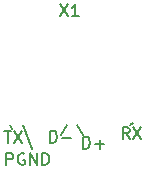
<source format=gbr>
%TF.GenerationSoftware,KiCad,Pcbnew,(6.0.2)*%
%TF.CreationDate,2023-07-25T20:57:52+03:00*%
%TF.ProjectId,Shield1,53686965-6c64-4312-9e6b-696361645f70,rev?*%
%TF.SameCoordinates,Original*%
%TF.FileFunction,Legend,Top*%
%TF.FilePolarity,Positive*%
%FSLAX46Y46*%
G04 Gerber Fmt 4.6, Leading zero omitted, Abs format (unit mm)*
G04 Created by KiCad (PCBNEW (6.0.2)) date 2023-07-25 20:57:52*
%MOMM*%
%LPD*%
G01*
G04 APERTURE LIST*
%ADD10C,0.150000*%
G04 APERTURE END LIST*
D10*
X95800000Y-28300000D02*
X96600000Y-30300000D01*
X94900000Y-28600000D02*
X94700000Y-28300000D01*
X100900000Y-29100000D02*
X100400000Y-28300000D01*
X99000000Y-29100000D02*
X99500000Y-28300000D01*
X104900000Y-28300000D02*
X105100000Y-28100000D01*
X94414285Y-31652380D02*
X94414285Y-30652380D01*
X94795238Y-30652380D01*
X94890476Y-30700000D01*
X94938095Y-30747619D01*
X94985714Y-30842857D01*
X94985714Y-30985714D01*
X94938095Y-31080952D01*
X94890476Y-31128571D01*
X94795238Y-31176190D01*
X94414285Y-31176190D01*
X95938095Y-30700000D02*
X95842857Y-30652380D01*
X95700000Y-30652380D01*
X95557142Y-30700000D01*
X95461904Y-30795238D01*
X95414285Y-30890476D01*
X95366666Y-31080952D01*
X95366666Y-31223809D01*
X95414285Y-31414285D01*
X95461904Y-31509523D01*
X95557142Y-31604761D01*
X95700000Y-31652380D01*
X95795238Y-31652380D01*
X95938095Y-31604761D01*
X95985714Y-31557142D01*
X95985714Y-31223809D01*
X95795238Y-31223809D01*
X96414285Y-31652380D02*
X96414285Y-30652380D01*
X96985714Y-31652380D01*
X96985714Y-30652380D01*
X97461904Y-31652380D02*
X97461904Y-30652380D01*
X97700000Y-30652380D01*
X97842857Y-30700000D01*
X97938095Y-30795238D01*
X97985714Y-30890476D01*
X98033333Y-31080952D01*
X98033333Y-31223809D01*
X97985714Y-31414285D01*
X97938095Y-31509523D01*
X97842857Y-31604761D01*
X97700000Y-31652380D01*
X97461904Y-31652380D01*
X98119047Y-29752380D02*
X98119047Y-28752380D01*
X98357142Y-28752380D01*
X98500000Y-28800000D01*
X98595238Y-28895238D01*
X98642857Y-28990476D01*
X98690476Y-29180952D01*
X98690476Y-29323809D01*
X98642857Y-29514285D01*
X98595238Y-29609523D01*
X98500000Y-29704761D01*
X98357142Y-29752380D01*
X98119047Y-29752380D01*
X99119047Y-29371428D02*
X99880952Y-29371428D01*
X100919047Y-30252380D02*
X100919047Y-29252380D01*
X101157142Y-29252380D01*
X101300000Y-29300000D01*
X101395238Y-29395238D01*
X101442857Y-29490476D01*
X101490476Y-29680952D01*
X101490476Y-29823809D01*
X101442857Y-30014285D01*
X101395238Y-30109523D01*
X101300000Y-30204761D01*
X101157142Y-30252380D01*
X100919047Y-30252380D01*
X101919047Y-29871428D02*
X102680952Y-29871428D01*
X102300000Y-30252380D02*
X102300000Y-29490476D01*
X104833333Y-29452380D02*
X104500000Y-28976190D01*
X104261904Y-29452380D02*
X104261904Y-28452380D01*
X104642857Y-28452380D01*
X104738095Y-28500000D01*
X104785714Y-28547619D01*
X104833333Y-28642857D01*
X104833333Y-28785714D01*
X104785714Y-28880952D01*
X104738095Y-28928571D01*
X104642857Y-28976190D01*
X104261904Y-28976190D01*
X105166666Y-28452380D02*
X105833333Y-29452380D01*
X105833333Y-28452380D02*
X105166666Y-29452380D01*
X94238095Y-28752380D02*
X94809523Y-28752380D01*
X94523809Y-29752380D02*
X94523809Y-28752380D01*
X95047619Y-28752380D02*
X95714285Y-29752380D01*
X95714285Y-28752380D02*
X95047619Y-29752380D01*
%TO.C,*%
%TO.C,X1*%
X98960476Y-18052380D02*
X99627142Y-19052380D01*
X99627142Y-18052380D02*
X98960476Y-19052380D01*
X100531904Y-19052380D02*
X99960476Y-19052380D01*
X100246190Y-19052380D02*
X100246190Y-18052380D01*
X100150952Y-18195238D01*
X100055714Y-18290476D01*
X99960476Y-18338095D01*
%TO.C,*%
%TD*%
M02*

</source>
